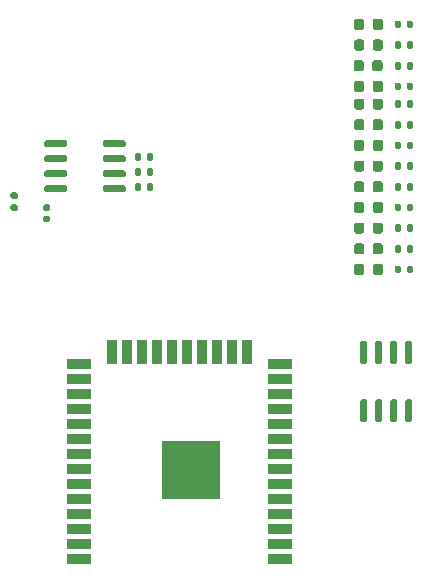
<source format=gtp>
G04 #@! TF.GenerationSoftware,KiCad,Pcbnew,(5.1.9)-1*
G04 #@! TF.CreationDate,2021-06-13T14:24:16+02:00*
G04 #@! TF.ProjectId,com4bbb,636f6d34-6262-4622-9e6b-696361645f70,rev?*
G04 #@! TF.SameCoordinates,Original*
G04 #@! TF.FileFunction,Paste,Top*
G04 #@! TF.FilePolarity,Positive*
%FSLAX46Y46*%
G04 Gerber Fmt 4.6, Leading zero omitted, Abs format (unit mm)*
G04 Created by KiCad (PCBNEW (5.1.9)-1) date 2021-06-13 14:24:16*
%MOMM*%
%LPD*%
G01*
G04 APERTURE LIST*
%ADD10R,5.000000X5.000000*%
%ADD11R,2.000000X0.900000*%
%ADD12R,0.900000X2.000000*%
G04 APERTURE END LIST*
G36*
G01*
X155625100Y-102182400D02*
X155925100Y-102182400D01*
G75*
G02*
X156075100Y-102332400I0J-150000D01*
G01*
X156075100Y-103982400D01*
G75*
G02*
X155925100Y-104132400I-150000J0D01*
G01*
X155625100Y-104132400D01*
G75*
G02*
X155475100Y-103982400I0J150000D01*
G01*
X155475100Y-102332400D01*
G75*
G02*
X155625100Y-102182400I150000J0D01*
G01*
G37*
G36*
G01*
X154355100Y-102182400D02*
X154655100Y-102182400D01*
G75*
G02*
X154805100Y-102332400I0J-150000D01*
G01*
X154805100Y-103982400D01*
G75*
G02*
X154655100Y-104132400I-150000J0D01*
G01*
X154355100Y-104132400D01*
G75*
G02*
X154205100Y-103982400I0J150000D01*
G01*
X154205100Y-102332400D01*
G75*
G02*
X154355100Y-102182400I150000J0D01*
G01*
G37*
G36*
G01*
X153085100Y-102182400D02*
X153385100Y-102182400D01*
G75*
G02*
X153535100Y-102332400I0J-150000D01*
G01*
X153535100Y-103982400D01*
G75*
G02*
X153385100Y-104132400I-150000J0D01*
G01*
X153085100Y-104132400D01*
G75*
G02*
X152935100Y-103982400I0J150000D01*
G01*
X152935100Y-102332400D01*
G75*
G02*
X153085100Y-102182400I150000J0D01*
G01*
G37*
G36*
G01*
X151815100Y-102182400D02*
X152115100Y-102182400D01*
G75*
G02*
X152265100Y-102332400I0J-150000D01*
G01*
X152265100Y-103982400D01*
G75*
G02*
X152115100Y-104132400I-150000J0D01*
G01*
X151815100Y-104132400D01*
G75*
G02*
X151665100Y-103982400I0J150000D01*
G01*
X151665100Y-102332400D01*
G75*
G02*
X151815100Y-102182400I150000J0D01*
G01*
G37*
G36*
G01*
X151815100Y-107132400D02*
X152115100Y-107132400D01*
G75*
G02*
X152265100Y-107282400I0J-150000D01*
G01*
X152265100Y-108932400D01*
G75*
G02*
X152115100Y-109082400I-150000J0D01*
G01*
X151815100Y-109082400D01*
G75*
G02*
X151665100Y-108932400I0J150000D01*
G01*
X151665100Y-107282400D01*
G75*
G02*
X151815100Y-107132400I150000J0D01*
G01*
G37*
G36*
G01*
X153085100Y-107132400D02*
X153385100Y-107132400D01*
G75*
G02*
X153535100Y-107282400I0J-150000D01*
G01*
X153535100Y-108932400D01*
G75*
G02*
X153385100Y-109082400I-150000J0D01*
G01*
X153085100Y-109082400D01*
G75*
G02*
X152935100Y-108932400I0J150000D01*
G01*
X152935100Y-107282400D01*
G75*
G02*
X153085100Y-107132400I150000J0D01*
G01*
G37*
G36*
G01*
X154355100Y-107132400D02*
X154655100Y-107132400D01*
G75*
G02*
X154805100Y-107282400I0J-150000D01*
G01*
X154805100Y-108932400D01*
G75*
G02*
X154655100Y-109082400I-150000J0D01*
G01*
X154355100Y-109082400D01*
G75*
G02*
X154205100Y-108932400I0J150000D01*
G01*
X154205100Y-107282400D01*
G75*
G02*
X154355100Y-107132400I150000J0D01*
G01*
G37*
G36*
G01*
X155625100Y-107132400D02*
X155925100Y-107132400D01*
G75*
G02*
X156075100Y-107282400I0J-150000D01*
G01*
X156075100Y-108932400D01*
G75*
G02*
X155925100Y-109082400I-150000J0D01*
G01*
X155625100Y-109082400D01*
G75*
G02*
X155475100Y-108932400I0J150000D01*
G01*
X155475100Y-107282400D01*
G75*
G02*
X155625100Y-107132400I150000J0D01*
G01*
G37*
G36*
G01*
X124950100Y-90622400D02*
X125290100Y-90622400D01*
G75*
G02*
X125430100Y-90762400I0J-140000D01*
G01*
X125430100Y-91042400D01*
G75*
G02*
X125290100Y-91182400I-140000J0D01*
G01*
X124950100Y-91182400D01*
G75*
G02*
X124810100Y-91042400I0J140000D01*
G01*
X124810100Y-90762400D01*
G75*
G02*
X124950100Y-90622400I140000J0D01*
G01*
G37*
G36*
G01*
X124950100Y-91582400D02*
X125290100Y-91582400D01*
G75*
G02*
X125430100Y-91722400I0J-140000D01*
G01*
X125430100Y-92002400D01*
G75*
G02*
X125290100Y-92142400I-140000J0D01*
G01*
X124950100Y-92142400D01*
G75*
G02*
X124810100Y-92002400I0J140000D01*
G01*
X124810100Y-91722400D01*
G75*
G02*
X124950100Y-91582400I140000J0D01*
G01*
G37*
G36*
G01*
X133130100Y-86447400D02*
X133130100Y-86817400D01*
G75*
G02*
X132995100Y-86952400I-135000J0D01*
G01*
X132725100Y-86952400D01*
G75*
G02*
X132590100Y-86817400I0J135000D01*
G01*
X132590100Y-86447400D01*
G75*
G02*
X132725100Y-86312400I135000J0D01*
G01*
X132995100Y-86312400D01*
G75*
G02*
X133130100Y-86447400I0J-135000D01*
G01*
G37*
G36*
G01*
X134150100Y-86447400D02*
X134150100Y-86817400D01*
G75*
G02*
X134015100Y-86952400I-135000J0D01*
G01*
X133745100Y-86952400D01*
G75*
G02*
X133610100Y-86817400I0J135000D01*
G01*
X133610100Y-86447400D01*
G75*
G02*
X133745100Y-86312400I135000J0D01*
G01*
X134015100Y-86312400D01*
G75*
G02*
X134150100Y-86447400I0J-135000D01*
G01*
G37*
G36*
G01*
X134150100Y-87697400D02*
X134150100Y-88067400D01*
G75*
G02*
X134015100Y-88202400I-135000J0D01*
G01*
X133745100Y-88202400D01*
G75*
G02*
X133610100Y-88067400I0J135000D01*
G01*
X133610100Y-87697400D01*
G75*
G02*
X133745100Y-87562400I135000J0D01*
G01*
X134015100Y-87562400D01*
G75*
G02*
X134150100Y-87697400I0J-135000D01*
G01*
G37*
G36*
G01*
X133130100Y-87697400D02*
X133130100Y-88067400D01*
G75*
G02*
X132995100Y-88202400I-135000J0D01*
G01*
X132725100Y-88202400D01*
G75*
G02*
X132590100Y-88067400I0J135000D01*
G01*
X132590100Y-87697400D01*
G75*
G02*
X132725100Y-87562400I135000J0D01*
G01*
X132995100Y-87562400D01*
G75*
G02*
X133130100Y-87697400I0J-135000D01*
G01*
G37*
G36*
G01*
X133130100Y-88947400D02*
X133130100Y-89317400D01*
G75*
G02*
X132995100Y-89452400I-135000J0D01*
G01*
X132725100Y-89452400D01*
G75*
G02*
X132590100Y-89317400I0J135000D01*
G01*
X132590100Y-88947400D01*
G75*
G02*
X132725100Y-88812400I135000J0D01*
G01*
X132995100Y-88812400D01*
G75*
G02*
X133130100Y-88947400I0J-135000D01*
G01*
G37*
G36*
G01*
X134150100Y-88947400D02*
X134150100Y-89317400D01*
G75*
G02*
X134015100Y-89452400I-135000J0D01*
G01*
X133745100Y-89452400D01*
G75*
G02*
X133610100Y-89317400I0J135000D01*
G01*
X133610100Y-88947400D01*
G75*
G02*
X133745100Y-88812400I135000J0D01*
G01*
X134015100Y-88812400D01*
G75*
G02*
X134150100Y-88947400I0J-135000D01*
G01*
G37*
G36*
G01*
X122555100Y-91162400D02*
X122185100Y-91162400D01*
G75*
G02*
X122050100Y-91027400I0J135000D01*
G01*
X122050100Y-90757400D01*
G75*
G02*
X122185100Y-90622400I135000J0D01*
G01*
X122555100Y-90622400D01*
G75*
G02*
X122690100Y-90757400I0J-135000D01*
G01*
X122690100Y-91027400D01*
G75*
G02*
X122555100Y-91162400I-135000J0D01*
G01*
G37*
G36*
G01*
X122555100Y-90142400D02*
X122185100Y-90142400D01*
G75*
G02*
X122050100Y-90007400I0J135000D01*
G01*
X122050100Y-89737400D01*
G75*
G02*
X122185100Y-89602400I135000J0D01*
G01*
X122555100Y-89602400D01*
G75*
G02*
X122690100Y-89737400I0J-135000D01*
G01*
X122690100Y-90007400D01*
G75*
G02*
X122555100Y-90142400I-135000J0D01*
G01*
G37*
D10*
X137370100Y-113137400D03*
D11*
X144870100Y-120637400D03*
X144870100Y-119367400D03*
X144870100Y-118097400D03*
X144870100Y-116827400D03*
X144870100Y-115557400D03*
X144870100Y-114287400D03*
X144870100Y-113017400D03*
X144870100Y-111747400D03*
X144870100Y-110477400D03*
X144870100Y-109207400D03*
X144870100Y-107937400D03*
X144870100Y-106667400D03*
X144870100Y-105397400D03*
X144870100Y-104127400D03*
D12*
X142085100Y-103127400D03*
X140815100Y-103127400D03*
X139545100Y-103127400D03*
X138275100Y-103127400D03*
X137005100Y-103127400D03*
X135735100Y-103127400D03*
X134465100Y-103127400D03*
X133195100Y-103127400D03*
X131925100Y-103127400D03*
X130655100Y-103127400D03*
D11*
X127870100Y-104127400D03*
X127870100Y-105397400D03*
X127870100Y-106667400D03*
X127870100Y-107937400D03*
X127870100Y-109207400D03*
X127870100Y-110477400D03*
X127870100Y-111747400D03*
X127870100Y-113017400D03*
X127870100Y-114287400D03*
X127870100Y-115557400D03*
X127870100Y-116827400D03*
X127870100Y-118097400D03*
X127870100Y-119367400D03*
X127870100Y-120637400D03*
G36*
G01*
X131820100Y-89137400D02*
X131820100Y-89437400D01*
G75*
G02*
X131670100Y-89587400I-150000J0D01*
G01*
X130020100Y-89587400D01*
G75*
G02*
X129870100Y-89437400I0J150000D01*
G01*
X129870100Y-89137400D01*
G75*
G02*
X130020100Y-88987400I150000J0D01*
G01*
X131670100Y-88987400D01*
G75*
G02*
X131820100Y-89137400I0J-150000D01*
G01*
G37*
G36*
G01*
X131820100Y-87867400D02*
X131820100Y-88167400D01*
G75*
G02*
X131670100Y-88317400I-150000J0D01*
G01*
X130020100Y-88317400D01*
G75*
G02*
X129870100Y-88167400I0J150000D01*
G01*
X129870100Y-87867400D01*
G75*
G02*
X130020100Y-87717400I150000J0D01*
G01*
X131670100Y-87717400D01*
G75*
G02*
X131820100Y-87867400I0J-150000D01*
G01*
G37*
G36*
G01*
X131820100Y-86597400D02*
X131820100Y-86897400D01*
G75*
G02*
X131670100Y-87047400I-150000J0D01*
G01*
X130020100Y-87047400D01*
G75*
G02*
X129870100Y-86897400I0J150000D01*
G01*
X129870100Y-86597400D01*
G75*
G02*
X130020100Y-86447400I150000J0D01*
G01*
X131670100Y-86447400D01*
G75*
G02*
X131820100Y-86597400I0J-150000D01*
G01*
G37*
G36*
G01*
X131820100Y-85327400D02*
X131820100Y-85627400D01*
G75*
G02*
X131670100Y-85777400I-150000J0D01*
G01*
X130020100Y-85777400D01*
G75*
G02*
X129870100Y-85627400I0J150000D01*
G01*
X129870100Y-85327400D01*
G75*
G02*
X130020100Y-85177400I150000J0D01*
G01*
X131670100Y-85177400D01*
G75*
G02*
X131820100Y-85327400I0J-150000D01*
G01*
G37*
G36*
G01*
X126870100Y-85327400D02*
X126870100Y-85627400D01*
G75*
G02*
X126720100Y-85777400I-150000J0D01*
G01*
X125070100Y-85777400D01*
G75*
G02*
X124920100Y-85627400I0J150000D01*
G01*
X124920100Y-85327400D01*
G75*
G02*
X125070100Y-85177400I150000J0D01*
G01*
X126720100Y-85177400D01*
G75*
G02*
X126870100Y-85327400I0J-150000D01*
G01*
G37*
G36*
G01*
X126870100Y-86597400D02*
X126870100Y-86897400D01*
G75*
G02*
X126720100Y-87047400I-150000J0D01*
G01*
X125070100Y-87047400D01*
G75*
G02*
X124920100Y-86897400I0J150000D01*
G01*
X124920100Y-86597400D01*
G75*
G02*
X125070100Y-86447400I150000J0D01*
G01*
X126720100Y-86447400D01*
G75*
G02*
X126870100Y-86597400I0J-150000D01*
G01*
G37*
G36*
G01*
X126870100Y-87867400D02*
X126870100Y-88167400D01*
G75*
G02*
X126720100Y-88317400I-150000J0D01*
G01*
X125070100Y-88317400D01*
G75*
G02*
X124920100Y-88167400I0J150000D01*
G01*
X124920100Y-87867400D01*
G75*
G02*
X125070100Y-87717400I150000J0D01*
G01*
X126720100Y-87717400D01*
G75*
G02*
X126870100Y-87867400I0J-150000D01*
G01*
G37*
G36*
G01*
X126870100Y-89137400D02*
X126870100Y-89437400D01*
G75*
G02*
X126720100Y-89587400I-150000J0D01*
G01*
X125070100Y-89587400D01*
G75*
G02*
X124920100Y-89437400I0J150000D01*
G01*
X124920100Y-89137400D01*
G75*
G02*
X125070100Y-88987400I150000J0D01*
G01*
X126720100Y-88987400D01*
G75*
G02*
X126870100Y-89137400I0J-150000D01*
G01*
G37*
G36*
G01*
X153595100Y-75126150D02*
X153595100Y-75638650D01*
G75*
G02*
X153376350Y-75857400I-218750J0D01*
G01*
X152938850Y-75857400D01*
G75*
G02*
X152720100Y-75638650I0J218750D01*
G01*
X152720100Y-75126150D01*
G75*
G02*
X152938850Y-74907400I218750J0D01*
G01*
X153376350Y-74907400D01*
G75*
G02*
X153595100Y-75126150I0J-218750D01*
G01*
G37*
G36*
G01*
X152020100Y-75126150D02*
X152020100Y-75638650D01*
G75*
G02*
X151801350Y-75857400I-218750J0D01*
G01*
X151363850Y-75857400D01*
G75*
G02*
X151145100Y-75638650I0J218750D01*
G01*
X151145100Y-75126150D01*
G75*
G02*
X151363850Y-74907400I218750J0D01*
G01*
X151801350Y-74907400D01*
G75*
G02*
X152020100Y-75126150I0J-218750D01*
G01*
G37*
G36*
G01*
X151982600Y-78626150D02*
X151982600Y-79138650D01*
G75*
G02*
X151763850Y-79357400I-218750J0D01*
G01*
X151326350Y-79357400D01*
G75*
G02*
X151107600Y-79138650I0J218750D01*
G01*
X151107600Y-78626150D01*
G75*
G02*
X151326350Y-78407400I218750J0D01*
G01*
X151763850Y-78407400D01*
G75*
G02*
X151982600Y-78626150I0J-218750D01*
G01*
G37*
G36*
G01*
X153557600Y-78626150D02*
X153557600Y-79138650D01*
G75*
G02*
X153338850Y-79357400I-218750J0D01*
G01*
X152901350Y-79357400D01*
G75*
G02*
X152682600Y-79138650I0J218750D01*
G01*
X152682600Y-78626150D01*
G75*
G02*
X152901350Y-78407400I218750J0D01*
G01*
X153338850Y-78407400D01*
G75*
G02*
X153557600Y-78626150I0J-218750D01*
G01*
G37*
G36*
G01*
X153595100Y-81876150D02*
X153595100Y-82388650D01*
G75*
G02*
X153376350Y-82607400I-218750J0D01*
G01*
X152938850Y-82607400D01*
G75*
G02*
X152720100Y-82388650I0J218750D01*
G01*
X152720100Y-81876150D01*
G75*
G02*
X152938850Y-81657400I218750J0D01*
G01*
X153376350Y-81657400D01*
G75*
G02*
X153595100Y-81876150I0J-218750D01*
G01*
G37*
G36*
G01*
X152020100Y-81876150D02*
X152020100Y-82388650D01*
G75*
G02*
X151801350Y-82607400I-218750J0D01*
G01*
X151363850Y-82607400D01*
G75*
G02*
X151145100Y-82388650I0J218750D01*
G01*
X151145100Y-81876150D01*
G75*
G02*
X151363850Y-81657400I218750J0D01*
G01*
X151801350Y-81657400D01*
G75*
G02*
X152020100Y-81876150I0J-218750D01*
G01*
G37*
G36*
G01*
X152020100Y-85376150D02*
X152020100Y-85888650D01*
G75*
G02*
X151801350Y-86107400I-218750J0D01*
G01*
X151363850Y-86107400D01*
G75*
G02*
X151145100Y-85888650I0J218750D01*
G01*
X151145100Y-85376150D01*
G75*
G02*
X151363850Y-85157400I218750J0D01*
G01*
X151801350Y-85157400D01*
G75*
G02*
X152020100Y-85376150I0J-218750D01*
G01*
G37*
G36*
G01*
X153595100Y-85376150D02*
X153595100Y-85888650D01*
G75*
G02*
X153376350Y-86107400I-218750J0D01*
G01*
X152938850Y-86107400D01*
G75*
G02*
X152720100Y-85888650I0J218750D01*
G01*
X152720100Y-85376150D01*
G75*
G02*
X152938850Y-85157400I218750J0D01*
G01*
X153376350Y-85157400D01*
G75*
G02*
X153595100Y-85376150I0J-218750D01*
G01*
G37*
G36*
G01*
X153595100Y-88876150D02*
X153595100Y-89388650D01*
G75*
G02*
X153376350Y-89607400I-218750J0D01*
G01*
X152938850Y-89607400D01*
G75*
G02*
X152720100Y-89388650I0J218750D01*
G01*
X152720100Y-88876150D01*
G75*
G02*
X152938850Y-88657400I218750J0D01*
G01*
X153376350Y-88657400D01*
G75*
G02*
X153595100Y-88876150I0J-218750D01*
G01*
G37*
G36*
G01*
X152020100Y-88876150D02*
X152020100Y-89388650D01*
G75*
G02*
X151801350Y-89607400I-218750J0D01*
G01*
X151363850Y-89607400D01*
G75*
G02*
X151145100Y-89388650I0J218750D01*
G01*
X151145100Y-88876150D01*
G75*
G02*
X151363850Y-88657400I218750J0D01*
G01*
X151801350Y-88657400D01*
G75*
G02*
X152020100Y-88876150I0J-218750D01*
G01*
G37*
G36*
G01*
X152020100Y-92376150D02*
X152020100Y-92888650D01*
G75*
G02*
X151801350Y-93107400I-218750J0D01*
G01*
X151363850Y-93107400D01*
G75*
G02*
X151145100Y-92888650I0J218750D01*
G01*
X151145100Y-92376150D01*
G75*
G02*
X151363850Y-92157400I218750J0D01*
G01*
X151801350Y-92157400D01*
G75*
G02*
X152020100Y-92376150I0J-218750D01*
G01*
G37*
G36*
G01*
X153595100Y-92376150D02*
X153595100Y-92888650D01*
G75*
G02*
X153376350Y-93107400I-218750J0D01*
G01*
X152938850Y-93107400D01*
G75*
G02*
X152720100Y-92888650I0J218750D01*
G01*
X152720100Y-92376150D01*
G75*
G02*
X152938850Y-92157400I218750J0D01*
G01*
X153376350Y-92157400D01*
G75*
G02*
X153595100Y-92376150I0J-218750D01*
G01*
G37*
G36*
G01*
X153595100Y-95876150D02*
X153595100Y-96388650D01*
G75*
G02*
X153376350Y-96607400I-218750J0D01*
G01*
X152938850Y-96607400D01*
G75*
G02*
X152720100Y-96388650I0J218750D01*
G01*
X152720100Y-95876150D01*
G75*
G02*
X152938850Y-95657400I218750J0D01*
G01*
X153376350Y-95657400D01*
G75*
G02*
X153595100Y-95876150I0J-218750D01*
G01*
G37*
G36*
G01*
X152020100Y-95876150D02*
X152020100Y-96388650D01*
G75*
G02*
X151801350Y-96607400I-218750J0D01*
G01*
X151363850Y-96607400D01*
G75*
G02*
X151145100Y-96388650I0J218750D01*
G01*
X151145100Y-95876150D01*
G75*
G02*
X151363850Y-95657400I218750J0D01*
G01*
X151801350Y-95657400D01*
G75*
G02*
X152020100Y-95876150I0J-218750D01*
G01*
G37*
G36*
G01*
X152020100Y-76876150D02*
X152020100Y-77388650D01*
G75*
G02*
X151801350Y-77607400I-218750J0D01*
G01*
X151363850Y-77607400D01*
G75*
G02*
X151145100Y-77388650I0J218750D01*
G01*
X151145100Y-76876150D01*
G75*
G02*
X151363850Y-76657400I218750J0D01*
G01*
X151801350Y-76657400D01*
G75*
G02*
X152020100Y-76876150I0J-218750D01*
G01*
G37*
G36*
G01*
X153595100Y-76876150D02*
X153595100Y-77388650D01*
G75*
G02*
X153376350Y-77607400I-218750J0D01*
G01*
X152938850Y-77607400D01*
G75*
G02*
X152720100Y-77388650I0J218750D01*
G01*
X152720100Y-76876150D01*
G75*
G02*
X152938850Y-76657400I218750J0D01*
G01*
X153376350Y-76657400D01*
G75*
G02*
X153595100Y-76876150I0J-218750D01*
G01*
G37*
G36*
G01*
X153595100Y-80376150D02*
X153595100Y-80888650D01*
G75*
G02*
X153376350Y-81107400I-218750J0D01*
G01*
X152938850Y-81107400D01*
G75*
G02*
X152720100Y-80888650I0J218750D01*
G01*
X152720100Y-80376150D01*
G75*
G02*
X152938850Y-80157400I218750J0D01*
G01*
X153376350Y-80157400D01*
G75*
G02*
X153595100Y-80376150I0J-218750D01*
G01*
G37*
G36*
G01*
X152020100Y-80376150D02*
X152020100Y-80888650D01*
G75*
G02*
X151801350Y-81107400I-218750J0D01*
G01*
X151363850Y-81107400D01*
G75*
G02*
X151145100Y-80888650I0J218750D01*
G01*
X151145100Y-80376150D01*
G75*
G02*
X151363850Y-80157400I218750J0D01*
G01*
X151801350Y-80157400D01*
G75*
G02*
X152020100Y-80376150I0J-218750D01*
G01*
G37*
G36*
G01*
X152020100Y-83626150D02*
X152020100Y-84138650D01*
G75*
G02*
X151801350Y-84357400I-218750J0D01*
G01*
X151363850Y-84357400D01*
G75*
G02*
X151145100Y-84138650I0J218750D01*
G01*
X151145100Y-83626150D01*
G75*
G02*
X151363850Y-83407400I218750J0D01*
G01*
X151801350Y-83407400D01*
G75*
G02*
X152020100Y-83626150I0J-218750D01*
G01*
G37*
G36*
G01*
X153595100Y-83626150D02*
X153595100Y-84138650D01*
G75*
G02*
X153376350Y-84357400I-218750J0D01*
G01*
X152938850Y-84357400D01*
G75*
G02*
X152720100Y-84138650I0J218750D01*
G01*
X152720100Y-83626150D01*
G75*
G02*
X152938850Y-83407400I218750J0D01*
G01*
X153376350Y-83407400D01*
G75*
G02*
X153595100Y-83626150I0J-218750D01*
G01*
G37*
G36*
G01*
X153595100Y-87126150D02*
X153595100Y-87638650D01*
G75*
G02*
X153376350Y-87857400I-218750J0D01*
G01*
X152938850Y-87857400D01*
G75*
G02*
X152720100Y-87638650I0J218750D01*
G01*
X152720100Y-87126150D01*
G75*
G02*
X152938850Y-86907400I218750J0D01*
G01*
X153376350Y-86907400D01*
G75*
G02*
X153595100Y-87126150I0J-218750D01*
G01*
G37*
G36*
G01*
X152020100Y-87126150D02*
X152020100Y-87638650D01*
G75*
G02*
X151801350Y-87857400I-218750J0D01*
G01*
X151363850Y-87857400D01*
G75*
G02*
X151145100Y-87638650I0J218750D01*
G01*
X151145100Y-87126150D01*
G75*
G02*
X151363850Y-86907400I218750J0D01*
G01*
X151801350Y-86907400D01*
G75*
G02*
X152020100Y-87126150I0J-218750D01*
G01*
G37*
G36*
G01*
X152020100Y-90626150D02*
X152020100Y-91138650D01*
G75*
G02*
X151801350Y-91357400I-218750J0D01*
G01*
X151363850Y-91357400D01*
G75*
G02*
X151145100Y-91138650I0J218750D01*
G01*
X151145100Y-90626150D01*
G75*
G02*
X151363850Y-90407400I218750J0D01*
G01*
X151801350Y-90407400D01*
G75*
G02*
X152020100Y-90626150I0J-218750D01*
G01*
G37*
G36*
G01*
X153595100Y-90626150D02*
X153595100Y-91138650D01*
G75*
G02*
X153376350Y-91357400I-218750J0D01*
G01*
X152938850Y-91357400D01*
G75*
G02*
X152720100Y-91138650I0J218750D01*
G01*
X152720100Y-90626150D01*
G75*
G02*
X152938850Y-90407400I218750J0D01*
G01*
X153376350Y-90407400D01*
G75*
G02*
X153595100Y-90626150I0J-218750D01*
G01*
G37*
G36*
G01*
X153595100Y-94126150D02*
X153595100Y-94638650D01*
G75*
G02*
X153376350Y-94857400I-218750J0D01*
G01*
X152938850Y-94857400D01*
G75*
G02*
X152720100Y-94638650I0J218750D01*
G01*
X152720100Y-94126150D01*
G75*
G02*
X152938850Y-93907400I218750J0D01*
G01*
X153376350Y-93907400D01*
G75*
G02*
X153595100Y-94126150I0J-218750D01*
G01*
G37*
G36*
G01*
X152020100Y-94126150D02*
X152020100Y-94638650D01*
G75*
G02*
X151801350Y-94857400I-218750J0D01*
G01*
X151363850Y-94857400D01*
G75*
G02*
X151145100Y-94638650I0J218750D01*
G01*
X151145100Y-94126150D01*
G75*
G02*
X151363850Y-93907400I218750J0D01*
G01*
X151801350Y-93907400D01*
G75*
G02*
X152020100Y-94126150I0J-218750D01*
G01*
G37*
G36*
G01*
X154590100Y-75567400D02*
X154590100Y-75197400D01*
G75*
G02*
X154725100Y-75062400I135000J0D01*
G01*
X154995100Y-75062400D01*
G75*
G02*
X155130100Y-75197400I0J-135000D01*
G01*
X155130100Y-75567400D01*
G75*
G02*
X154995100Y-75702400I-135000J0D01*
G01*
X154725100Y-75702400D01*
G75*
G02*
X154590100Y-75567400I0J135000D01*
G01*
G37*
G36*
G01*
X155610100Y-75567400D02*
X155610100Y-75197400D01*
G75*
G02*
X155745100Y-75062400I135000J0D01*
G01*
X156015100Y-75062400D01*
G75*
G02*
X156150100Y-75197400I0J-135000D01*
G01*
X156150100Y-75567400D01*
G75*
G02*
X156015100Y-75702400I-135000J0D01*
G01*
X155745100Y-75702400D01*
G75*
G02*
X155610100Y-75567400I0J135000D01*
G01*
G37*
G36*
G01*
X154590100Y-79067400D02*
X154590100Y-78697400D01*
G75*
G02*
X154725100Y-78562400I135000J0D01*
G01*
X154995100Y-78562400D01*
G75*
G02*
X155130100Y-78697400I0J-135000D01*
G01*
X155130100Y-79067400D01*
G75*
G02*
X154995100Y-79202400I-135000J0D01*
G01*
X154725100Y-79202400D01*
G75*
G02*
X154590100Y-79067400I0J135000D01*
G01*
G37*
G36*
G01*
X155610100Y-79067400D02*
X155610100Y-78697400D01*
G75*
G02*
X155745100Y-78562400I135000J0D01*
G01*
X156015100Y-78562400D01*
G75*
G02*
X156150100Y-78697400I0J-135000D01*
G01*
X156150100Y-79067400D01*
G75*
G02*
X156015100Y-79202400I-135000J0D01*
G01*
X155745100Y-79202400D01*
G75*
G02*
X155610100Y-79067400I0J135000D01*
G01*
G37*
G36*
G01*
X155610100Y-82317400D02*
X155610100Y-81947400D01*
G75*
G02*
X155745100Y-81812400I135000J0D01*
G01*
X156015100Y-81812400D01*
G75*
G02*
X156150100Y-81947400I0J-135000D01*
G01*
X156150100Y-82317400D01*
G75*
G02*
X156015100Y-82452400I-135000J0D01*
G01*
X155745100Y-82452400D01*
G75*
G02*
X155610100Y-82317400I0J135000D01*
G01*
G37*
G36*
G01*
X154590100Y-82317400D02*
X154590100Y-81947400D01*
G75*
G02*
X154725100Y-81812400I135000J0D01*
G01*
X154995100Y-81812400D01*
G75*
G02*
X155130100Y-81947400I0J-135000D01*
G01*
X155130100Y-82317400D01*
G75*
G02*
X154995100Y-82452400I-135000J0D01*
G01*
X154725100Y-82452400D01*
G75*
G02*
X154590100Y-82317400I0J135000D01*
G01*
G37*
G36*
G01*
X154590100Y-85817400D02*
X154590100Y-85447400D01*
G75*
G02*
X154725100Y-85312400I135000J0D01*
G01*
X154995100Y-85312400D01*
G75*
G02*
X155130100Y-85447400I0J-135000D01*
G01*
X155130100Y-85817400D01*
G75*
G02*
X154995100Y-85952400I-135000J0D01*
G01*
X154725100Y-85952400D01*
G75*
G02*
X154590100Y-85817400I0J135000D01*
G01*
G37*
G36*
G01*
X155610100Y-85817400D02*
X155610100Y-85447400D01*
G75*
G02*
X155745100Y-85312400I135000J0D01*
G01*
X156015100Y-85312400D01*
G75*
G02*
X156150100Y-85447400I0J-135000D01*
G01*
X156150100Y-85817400D01*
G75*
G02*
X156015100Y-85952400I-135000J0D01*
G01*
X155745100Y-85952400D01*
G75*
G02*
X155610100Y-85817400I0J135000D01*
G01*
G37*
G36*
G01*
X155610100Y-89317400D02*
X155610100Y-88947400D01*
G75*
G02*
X155745100Y-88812400I135000J0D01*
G01*
X156015100Y-88812400D01*
G75*
G02*
X156150100Y-88947400I0J-135000D01*
G01*
X156150100Y-89317400D01*
G75*
G02*
X156015100Y-89452400I-135000J0D01*
G01*
X155745100Y-89452400D01*
G75*
G02*
X155610100Y-89317400I0J135000D01*
G01*
G37*
G36*
G01*
X154590100Y-89317400D02*
X154590100Y-88947400D01*
G75*
G02*
X154725100Y-88812400I135000J0D01*
G01*
X154995100Y-88812400D01*
G75*
G02*
X155130100Y-88947400I0J-135000D01*
G01*
X155130100Y-89317400D01*
G75*
G02*
X154995100Y-89452400I-135000J0D01*
G01*
X154725100Y-89452400D01*
G75*
G02*
X154590100Y-89317400I0J135000D01*
G01*
G37*
G36*
G01*
X154590100Y-92817400D02*
X154590100Y-92447400D01*
G75*
G02*
X154725100Y-92312400I135000J0D01*
G01*
X154995100Y-92312400D01*
G75*
G02*
X155130100Y-92447400I0J-135000D01*
G01*
X155130100Y-92817400D01*
G75*
G02*
X154995100Y-92952400I-135000J0D01*
G01*
X154725100Y-92952400D01*
G75*
G02*
X154590100Y-92817400I0J135000D01*
G01*
G37*
G36*
G01*
X155610100Y-92817400D02*
X155610100Y-92447400D01*
G75*
G02*
X155745100Y-92312400I135000J0D01*
G01*
X156015100Y-92312400D01*
G75*
G02*
X156150100Y-92447400I0J-135000D01*
G01*
X156150100Y-92817400D01*
G75*
G02*
X156015100Y-92952400I-135000J0D01*
G01*
X155745100Y-92952400D01*
G75*
G02*
X155610100Y-92817400I0J135000D01*
G01*
G37*
G36*
G01*
X155610100Y-96317400D02*
X155610100Y-95947400D01*
G75*
G02*
X155745100Y-95812400I135000J0D01*
G01*
X156015100Y-95812400D01*
G75*
G02*
X156150100Y-95947400I0J-135000D01*
G01*
X156150100Y-96317400D01*
G75*
G02*
X156015100Y-96452400I-135000J0D01*
G01*
X155745100Y-96452400D01*
G75*
G02*
X155610100Y-96317400I0J135000D01*
G01*
G37*
G36*
G01*
X154590100Y-96317400D02*
X154590100Y-95947400D01*
G75*
G02*
X154725100Y-95812400I135000J0D01*
G01*
X154995100Y-95812400D01*
G75*
G02*
X155130100Y-95947400I0J-135000D01*
G01*
X155130100Y-96317400D01*
G75*
G02*
X154995100Y-96452400I-135000J0D01*
G01*
X154725100Y-96452400D01*
G75*
G02*
X154590100Y-96317400I0J135000D01*
G01*
G37*
G36*
G01*
X154590100Y-77317400D02*
X154590100Y-76947400D01*
G75*
G02*
X154725100Y-76812400I135000J0D01*
G01*
X154995100Y-76812400D01*
G75*
G02*
X155130100Y-76947400I0J-135000D01*
G01*
X155130100Y-77317400D01*
G75*
G02*
X154995100Y-77452400I-135000J0D01*
G01*
X154725100Y-77452400D01*
G75*
G02*
X154590100Y-77317400I0J135000D01*
G01*
G37*
G36*
G01*
X155610100Y-77317400D02*
X155610100Y-76947400D01*
G75*
G02*
X155745100Y-76812400I135000J0D01*
G01*
X156015100Y-76812400D01*
G75*
G02*
X156150100Y-76947400I0J-135000D01*
G01*
X156150100Y-77317400D01*
G75*
G02*
X156015100Y-77452400I-135000J0D01*
G01*
X155745100Y-77452400D01*
G75*
G02*
X155610100Y-77317400I0J135000D01*
G01*
G37*
G36*
G01*
X155610100Y-80817400D02*
X155610100Y-80447400D01*
G75*
G02*
X155745100Y-80312400I135000J0D01*
G01*
X156015100Y-80312400D01*
G75*
G02*
X156150100Y-80447400I0J-135000D01*
G01*
X156150100Y-80817400D01*
G75*
G02*
X156015100Y-80952400I-135000J0D01*
G01*
X155745100Y-80952400D01*
G75*
G02*
X155610100Y-80817400I0J135000D01*
G01*
G37*
G36*
G01*
X154590100Y-80817400D02*
X154590100Y-80447400D01*
G75*
G02*
X154725100Y-80312400I135000J0D01*
G01*
X154995100Y-80312400D01*
G75*
G02*
X155130100Y-80447400I0J-135000D01*
G01*
X155130100Y-80817400D01*
G75*
G02*
X154995100Y-80952400I-135000J0D01*
G01*
X154725100Y-80952400D01*
G75*
G02*
X154590100Y-80817400I0J135000D01*
G01*
G37*
G36*
G01*
X154590100Y-84067400D02*
X154590100Y-83697400D01*
G75*
G02*
X154725100Y-83562400I135000J0D01*
G01*
X154995100Y-83562400D01*
G75*
G02*
X155130100Y-83697400I0J-135000D01*
G01*
X155130100Y-84067400D01*
G75*
G02*
X154995100Y-84202400I-135000J0D01*
G01*
X154725100Y-84202400D01*
G75*
G02*
X154590100Y-84067400I0J135000D01*
G01*
G37*
G36*
G01*
X155610100Y-84067400D02*
X155610100Y-83697400D01*
G75*
G02*
X155745100Y-83562400I135000J0D01*
G01*
X156015100Y-83562400D01*
G75*
G02*
X156150100Y-83697400I0J-135000D01*
G01*
X156150100Y-84067400D01*
G75*
G02*
X156015100Y-84202400I-135000J0D01*
G01*
X155745100Y-84202400D01*
G75*
G02*
X155610100Y-84067400I0J135000D01*
G01*
G37*
G36*
G01*
X155610100Y-87567400D02*
X155610100Y-87197400D01*
G75*
G02*
X155745100Y-87062400I135000J0D01*
G01*
X156015100Y-87062400D01*
G75*
G02*
X156150100Y-87197400I0J-135000D01*
G01*
X156150100Y-87567400D01*
G75*
G02*
X156015100Y-87702400I-135000J0D01*
G01*
X155745100Y-87702400D01*
G75*
G02*
X155610100Y-87567400I0J135000D01*
G01*
G37*
G36*
G01*
X154590100Y-87567400D02*
X154590100Y-87197400D01*
G75*
G02*
X154725100Y-87062400I135000J0D01*
G01*
X154995100Y-87062400D01*
G75*
G02*
X155130100Y-87197400I0J-135000D01*
G01*
X155130100Y-87567400D01*
G75*
G02*
X154995100Y-87702400I-135000J0D01*
G01*
X154725100Y-87702400D01*
G75*
G02*
X154590100Y-87567400I0J135000D01*
G01*
G37*
G36*
G01*
X154590100Y-91067400D02*
X154590100Y-90697400D01*
G75*
G02*
X154725100Y-90562400I135000J0D01*
G01*
X154995100Y-90562400D01*
G75*
G02*
X155130100Y-90697400I0J-135000D01*
G01*
X155130100Y-91067400D01*
G75*
G02*
X154995100Y-91202400I-135000J0D01*
G01*
X154725100Y-91202400D01*
G75*
G02*
X154590100Y-91067400I0J135000D01*
G01*
G37*
G36*
G01*
X155610100Y-91067400D02*
X155610100Y-90697400D01*
G75*
G02*
X155745100Y-90562400I135000J0D01*
G01*
X156015100Y-90562400D01*
G75*
G02*
X156150100Y-90697400I0J-135000D01*
G01*
X156150100Y-91067400D01*
G75*
G02*
X156015100Y-91202400I-135000J0D01*
G01*
X155745100Y-91202400D01*
G75*
G02*
X155610100Y-91067400I0J135000D01*
G01*
G37*
G36*
G01*
X155610100Y-94567400D02*
X155610100Y-94197400D01*
G75*
G02*
X155745100Y-94062400I135000J0D01*
G01*
X156015100Y-94062400D01*
G75*
G02*
X156150100Y-94197400I0J-135000D01*
G01*
X156150100Y-94567400D01*
G75*
G02*
X156015100Y-94702400I-135000J0D01*
G01*
X155745100Y-94702400D01*
G75*
G02*
X155610100Y-94567400I0J135000D01*
G01*
G37*
G36*
G01*
X154590100Y-94567400D02*
X154590100Y-94197400D01*
G75*
G02*
X154725100Y-94062400I135000J0D01*
G01*
X154995100Y-94062400D01*
G75*
G02*
X155130100Y-94197400I0J-135000D01*
G01*
X155130100Y-94567400D01*
G75*
G02*
X154995100Y-94702400I-135000J0D01*
G01*
X154725100Y-94702400D01*
G75*
G02*
X154590100Y-94567400I0J135000D01*
G01*
G37*
M02*

</source>
